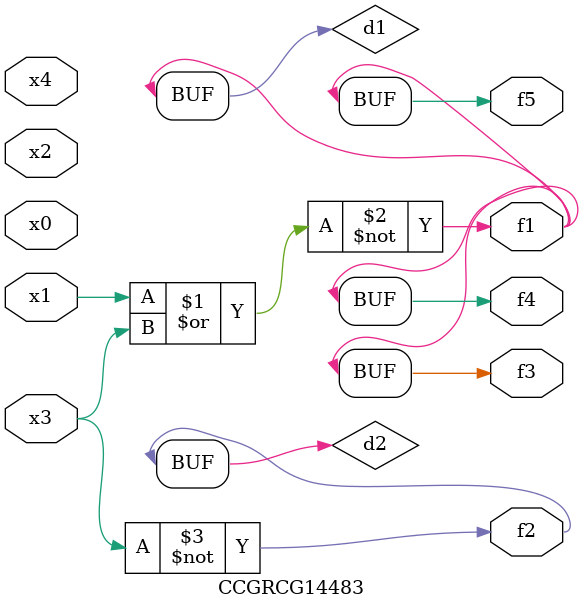
<source format=v>
module CCGRCG14483(
	input x0, x1, x2, x3, x4,
	output f1, f2, f3, f4, f5
);

	wire d1, d2;

	nor (d1, x1, x3);
	not (d2, x3);
	assign f1 = d1;
	assign f2 = d2;
	assign f3 = d1;
	assign f4 = d1;
	assign f5 = d1;
endmodule

</source>
